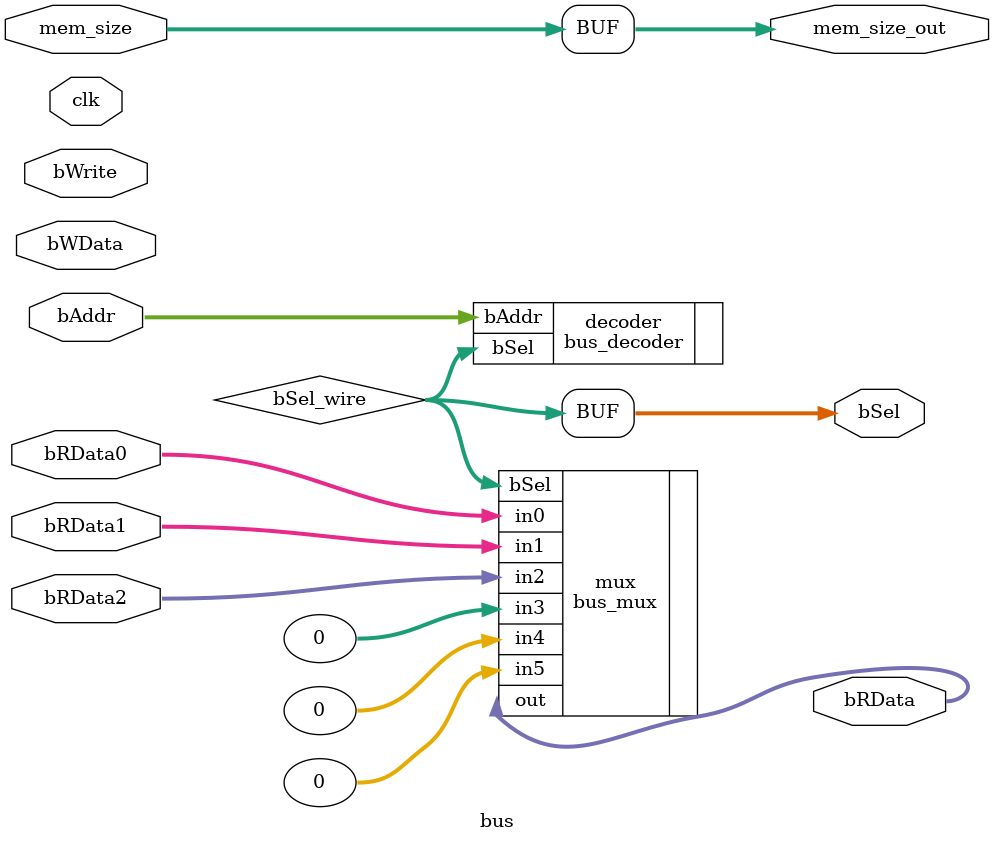
<source format=v>
module bus (
    input wire clk,
    input wire [31:0] bAddr,
    input wire [31:0] bWData,
    input wire bWrite,
    input wire [1:0] mem_size,
    output wire [5:0] bSel,
    output wire [31:0] bRData,
    output wire [1:0] mem_size_out,
    input wire [31:0] bRData0, bRData1, bRData2
);
    wire [5:0] bSel_wire;

    bus_decoder decoder (
        .bAddr(bAddr),
        .bSel(bSel_wire)
    );

    bus_mux mux (
        .bSel(bSel_wire),
        .in0(bRData0),
        .in1(bRData1),
        .in2(bRData2),
        .in3(32'b0),
        .in4(32'b0),
        .in5(32'b0),
        .out(bRData)
    );

    assign bSel = bSel_wire;
    assign mem_size_out = mem_size;
endmodule
</source>
